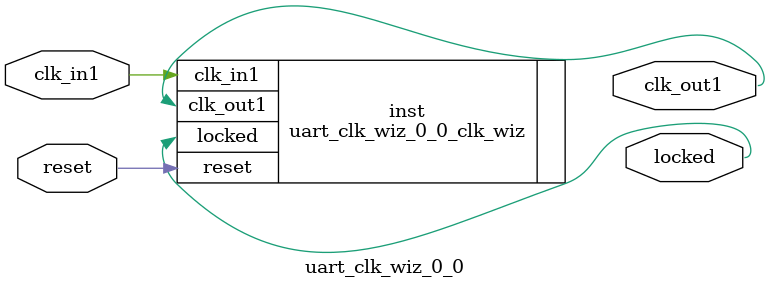
<source format=v>


`timescale 1ps/1ps

(* CORE_GENERATION_INFO = "uart_clk_wiz_0_0,clk_wiz_v6_0_5_0_0,{component_name=uart_clk_wiz_0_0,use_phase_alignment=true,use_min_o_jitter=false,use_max_i_jitter=false,use_dyn_phase_shift=false,use_inclk_switchover=false,use_dyn_reconfig=false,enable_axi=0,feedback_source=FDBK_AUTO,PRIMITIVE=MMCM,num_out_clk=1,clkin1_period=8.000,clkin2_period=10.000,use_power_down=false,use_reset=true,use_locked=true,use_inclk_stopped=false,feedback_type=SINGLE,CLOCK_MGR_TYPE=NA,manual_override=false}" *)

module uart_clk_wiz_0_0 
 (
  // Clock out ports
  output        clk_out1,
  // Status and control signals
  input         reset,
  output        locked,
 // Clock in ports
  input         clk_in1
 );

  uart_clk_wiz_0_0_clk_wiz inst
  (
  // Clock out ports  
  .clk_out1(clk_out1),
  // Status and control signals               
  .reset(reset), 
  .locked(locked),
 // Clock in ports
  .clk_in1(clk_in1)
  );

endmodule

</source>
